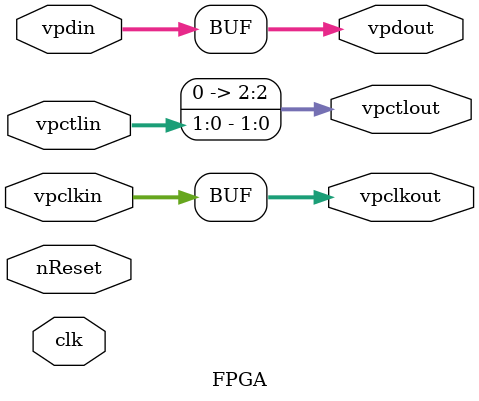
<source format=v>
module FPGA(clk,nReset,vpdin,vpdout,vpctlin,vpctlout,vpclkin,vpclkout);
	input  clk,nReset;
	input  [9:0] vpdin;
	output [9:0] vpdout;
	input  [2:0] vpctlin;
	output [2:0] vpctlout;
	input  [1:0] vpclkin;
	output [1:0] vpclkout;

	assign vpctlout[0]=vpctlin[0];
	assign vpctlout[1]=vpctlin[1];
	assign vpctlout[2]=0;
	assign vpclkout=vpclkin;
	assign vpdout=vpdin;
endmodule
</source>
